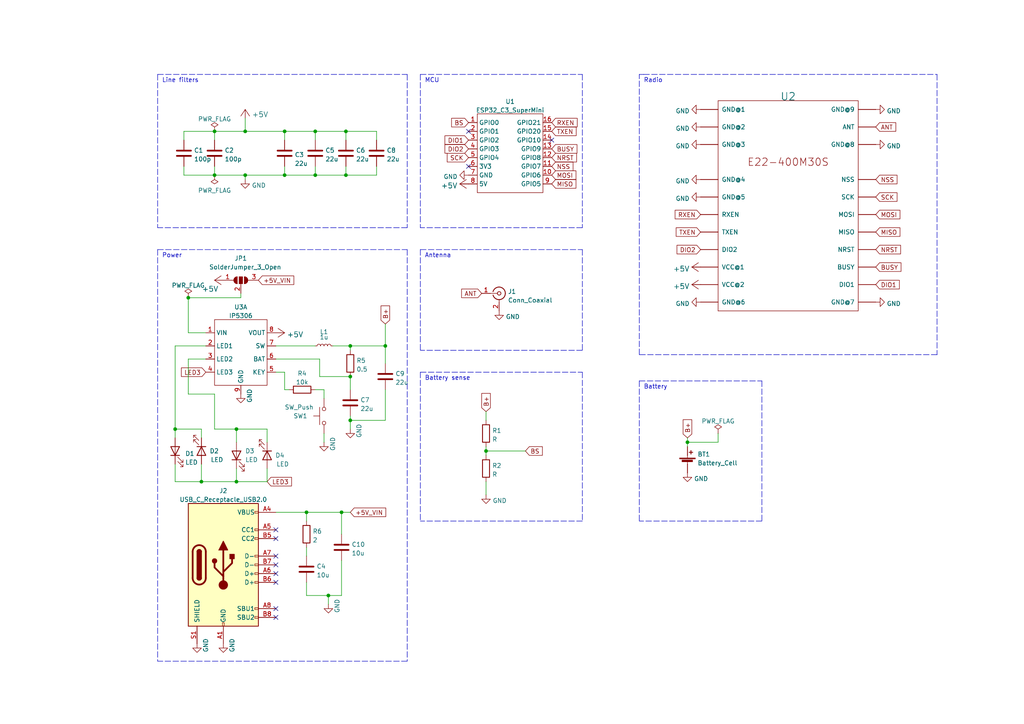
<source format=kicad_sch>
(kicad_sch (version 20211123) (generator eeschema)
  (paper "A4")
  (lib_symbols
    (symbol "Connector:Conn_Coaxial" (pin_names (offset 1.016) hide)
      (property "Reference" "J" (at 0.254 3.048 0))
      (property "Value" "Conn_Coaxial" (at 2.921 0 90))
      (symbol "Conn_Coaxial_0_1"
        (arc (start -1.778 -0.508) (mid 0.2311 -1.8066) (end 1.778 0) (stroke (width 0.254)))
        (polyline (pts (xy -2.54 0) (xy -0.508 0)))
        (polyline (pts (xy 0 -2.54) (xy 0 -1.778)))
        (circle (center 0 0) (radius 0.508) (stroke (width 0.2032)))
        (arc (start 1.778 0) (mid 0.2099 1.8101) (end -1.778 0.508) (stroke (width 0.254)))
      )
      (symbol "Conn_Coaxial_1_1"
        (pin passive line (at -5.08 0 0) (length 2.54) (name "In") (number "1"))
        (pin passive line (at 0 -5.08 90) (length 2.54) (name "Ext") (number "2"))
      )
    )
    (symbol "Connector:USB_C_Receptacle_USB2.0" (pin_names (offset 1.016))
      (property "Reference" "J" (at -10.16 19.05 0))
      (property "Value" "USB_C_Receptacle_USB2.0" (at 19.05 19.05 0))
      (symbol "USB_C_Receptacle_USB2.0_0_0"
        (rectangle (start -0.254 -17.78) (end 0.254 -16.764))
        (rectangle (start 10.16 -14.986) (end 9.144 -15.494))
        (rectangle (start 10.16 -12.446) (end 9.144 -12.954))
        (rectangle (start 10.16 -4.826) (end 9.144 -5.334))
        (rectangle (start 10.16 -2.286) (end 9.144 -2.794))
        (rectangle (start 10.16 0.254) (end 9.144 -0.254))
        (rectangle (start 10.16 2.794) (end 9.144 2.286))
        (rectangle (start 10.16 7.874) (end 9.144 7.366))
        (rectangle (start 10.16 10.414) (end 9.144 9.906))
        (rectangle (start 10.16 15.494) (end 9.144 14.986))
      )
      (symbol "USB_C_Receptacle_USB2.0_0_1"
        (rectangle (start -10.16 17.78) (end 10.16 -17.78) (stroke (width 0.254)) (fill (type background)))
        (arc (start -8.89 -3.81) (mid -6.985 -5.715) (end -5.08 -3.81) (stroke (width 0.508)))
        (arc (start -7.62 -3.81) (mid -6.985 -4.445) (end -6.35 -3.81) (stroke (width 0.254)))
        (arc (start -7.62 -3.81) (mid -6.985 -4.445) (end -6.35 -3.81) (stroke (width 0.254)) (fill (type outline)))
        (rectangle (start -7.62 -3.81) (end -6.35 3.81) (stroke (width 0.254)) (fill (type outline)))
        (arc (start -6.35 3.81) (mid -6.985 4.445) (end -7.62 3.81) (stroke (width 0.254)))
        (arc (start -6.35 3.81) (mid -6.985 4.445) (end -7.62 3.81) (stroke (width 0.254)) (fill (type outline)))
        (arc (start -5.08 3.81) (mid -6.985 5.715) (end -8.89 3.81) (stroke (width 0.508)))
        (circle (center -2.54 1.143) (radius 0.635) (stroke (width 0.254)) (fill (type outline)))
        (circle (center 0 -5.842) (radius 1.27) (fill (type outline)))
        (polyline (pts (xy -8.89 -3.81) (xy -8.89 3.81)) (stroke (width 0.508)))
        (polyline (pts (xy -5.08 3.81) (xy -5.08 -3.81)) (stroke (width 0.508)))
        (polyline (pts (xy 0 -5.842) (xy 0 4.318)) (stroke (width 0.508)))
        (polyline (pts (xy 0 -3.302) (xy -2.54 -0.762) (xy -2.54 0.508)) (stroke (width 0.508)))
        (polyline (pts (xy 0 -2.032) (xy 2.54 0.508) (xy 2.54 1.778)) (stroke (width 0.508)))
        (polyline (pts (xy -1.27 4.318) (xy 0 6.858) (xy 1.27 4.318) (xy -1.27 4.318)) (stroke (width 0.254)) (fill (type outline)))
        (rectangle (start 1.905 1.778) (end 3.175 3.048) (stroke (width 0.254)) (fill (type outline)))
      )
      (symbol "USB_C_Receptacle_USB2.0_1_1"
        (pin passive line (at 0 -22.86 90) (length 5.08) (name "GND") (number "A1"))
        (pin passive line (at 0 -22.86 90) (length 5.08) hide (name "GND") (number "A12"))
        (pin passive line (at 15.24 15.24 180) (length 5.08) (name "VBUS") (number "A4"))
        (pin bidirectional line (at 15.24 10.16 180) (length 5.08) (name "CC1") (number "A5"))
        (pin bidirectional line (at 15.24 -2.54 180) (length 5.08) (name "D+") (number "A6"))
        (pin bidirectional line (at 15.24 2.54 180) (length 5.08) (name "D-") (number "A7"))
        (pin bidirectional line (at 15.24 -12.7 180) (length 5.08) (name "SBU1") (number "A8"))
        (pin passive line (at 15.24 15.24 180) (length 5.08) hide (name "VBUS") (number "A9"))
        (pin passive line (at 0 -22.86 90) (length 5.08) hide (name "GND") (number "B1"))
        (pin passive line (at 0 -22.86 90) (length 5.08) hide (name "GND") (number "B12"))
        (pin passive line (at 15.24 15.24 180) (length 5.08) hide (name "VBUS") (number "B4"))
        (pin bidirectional line (at 15.24 7.62 180) (length 5.08) (name "CC2") (number "B5"))
        (pin bidirectional line (at 15.24 -5.08 180) (length 5.08) (name "D+") (number "B6"))
        (pin bidirectional line (at 15.24 0 180) (length 5.08) (name "D-") (number "B7"))
        (pin bidirectional line (at 15.24 -15.24 180) (length 5.08) (name "SBU2") (number "B8"))
        (pin passive line (at 15.24 15.24 180) (length 5.08) hide (name "VBUS") (number "B9"))
        (pin passive line (at -7.62 -22.86 90) (length 5.08) (name "SHIELD") (number "S1"))
      )
    )
    (symbol "Device:Battery_Cell" (pin_numbers hide) (pin_names (offset 0) hide)
      (property "Reference" "BT" (at 2.54 2.54 0))
      (property "Value" "Battery_Cell" (at 2.54 0 0))
      (symbol "Battery_Cell_0_1"
        (rectangle (start -2.286 1.778) (end 2.286 1.524) (fill (type outline)))
        (rectangle (start -1.5748 1.1938) (end 1.4732 0.6858) (fill (type outline)))
        (polyline (pts (xy 0 0.762) (xy 0 0)))
        (polyline (pts (xy 0 1.778) (xy 0 2.54)))
        (polyline (pts (xy 0.508 3.429) (xy 1.524 3.429)) (stroke (width 0.254)))
        (polyline (pts (xy 1.016 3.937) (xy 1.016 2.921)) (stroke (width 0.254)))
      )
      (symbol "Battery_Cell_1_1"
        (pin passive line (at 0 5.08 270) (length 2.54) (name "+") (number "1"))
        (pin passive line (at 0 -2.54 90) (length 2.54) (name "-") (number "2"))
      )
    )
    (symbol "Device:C" (pin_numbers hide) (pin_names (offset 0.254))
      (property "Reference" "C" (at 0.635 2.54 0))
      (property "Value" "C" (at 0.635 -2.54 0))
      (symbol "C_0_1"
        (polyline (pts (xy -2.032 -0.762) (xy 2.032 -0.762)) (stroke (width 0.508)))
        (polyline (pts (xy -2.032 0.762) (xy 2.032 0.762)) (stroke (width 0.508)))
      )
      (symbol "C_1_1"
        (pin passive line (at 0 3.81 270) (length 2.794) (name "~") (number "1"))
        (pin passive line (at 0 -3.81 90) (length 2.794) (name "~") (number "2"))
      )
    )
    (symbol "Device:LED" (pin_numbers hide) (pin_names (offset 1.016) hide)
      (property "Reference" "D" (at 0 2.54 0))
      (property "Value" "LED" (at 0 -2.54 0))
      (symbol "LED_0_1"
        (polyline (pts (xy -1.27 -1.27) (xy -1.27 1.27)) (stroke (width 0.254)))
        (polyline (pts (xy -1.27 0) (xy 1.27 0)))
        (polyline (pts (xy 1.27 -1.27) (xy 1.27 1.27) (xy -1.27 0) (xy 1.27 -1.27)) (stroke (width 0.254)))
        (polyline (pts (xy -3.048 -0.762) (xy -4.572 -2.286) (xy -3.81 -2.286) (xy -4.572 -2.286) (xy -4.572 -1.524)))
        (polyline (pts (xy -1.778 -0.762) (xy -3.302 -2.286) (xy -2.54 -2.286) (xy -3.302 -2.286) (xy -3.302 -1.524)))
      )
      (symbol "LED_1_1"
        (pin passive line (at -3.81 0 0) (length 2.54) (name "K") (number "1"))
        (pin passive line (at 3.81 0 180) (length 2.54) (name "A") (number "2"))
      )
    )
    (symbol "Device:L_Small" (pin_numbers hide) (pin_names (offset 0.254) hide)
      (property "Reference" "L" (at 0.762 1.016 0))
      (property "Value" "L_Small" (at 0.762 -1.016 0))
      (symbol "L_Small_0_1"
        (arc (start 0 -2.032) (mid 0.508 -1.524) (end 0 -1.016))
        (arc (start 0 -1.016) (mid 0.508 -0.508) (end 0 0))
        (arc (start 0 0) (mid 0.508 0.508) (end 0 1.016))
        (arc (start 0 1.016) (mid 0.508 1.524) (end 0 2.032))
      )
      (symbol "L_Small_1_1"
        (pin passive line (at 0 2.54 270) (length 0.508) (name "~") (number "1"))
        (pin passive line (at 0 -2.54 90) (length 0.508) (name "~") (number "2"))
      )
    )
    (symbol "Device:R" (pin_numbers hide) (pin_names (offset 0))
      (property "Reference" "R" (at 2.032 0 90))
      (property "Value" "R" (at 0 0 90))
      (symbol "R_0_1"
        (rectangle (start -1.016 -2.54) (end 1.016 2.54) (stroke (width 0.254)))
      )
      (symbol "R_1_1"
        (pin passive line (at 0 3.81 270) (length 1.27) (name "~") (number "1"))
        (pin passive line (at 0 -3.81 90) (length 1.27) (name "~") (number "2"))
      )
    )
    (symbol "Jumper:SolderJumper_3_Open" (pin_names (offset 0) hide)
      (property "Reference" "JP" (at -2.54 -2.54 0))
      (property "Value" "SolderJumper_3_Open" (at 0 2.794 0))
      (symbol "SolderJumper_3_Open_0_1"
        (arc (start -1.016 1.016) (mid -2.032 0) (end -1.016 -1.016))
        (arc (start -1.016 1.016) (mid -2.032 0) (end -1.016 -1.016) (fill (type outline)))
        (rectangle (start -0.508 1.016) (end 0.508 -1.016) (fill (type outline)))
        (polyline (pts (xy -2.54 0) (xy -2.032 0)))
        (polyline (pts (xy -1.016 1.016) (xy -1.016 -1.016)))
        (polyline (pts (xy 0 -1.27) (xy 0 -1.016)))
        (polyline (pts (xy 1.016 1.016) (xy 1.016 -1.016)))
        (polyline (pts (xy 2.54 0) (xy 2.032 0)))
        (arc (start 1.016 -1.016) (mid 2.032 0) (end 1.016 1.016))
        (arc (start 1.016 -1.016) (mid 2.032 0) (end 1.016 1.016) (fill (type outline)))
      )
      (symbol "SolderJumper_3_Open_1_1"
        (pin passive line (at -5.08 0 0) (length 2.54) (name "A") (number "1"))
        (pin passive line (at 0 -3.81 90) (length 2.54) (name "C") (number "2"))
        (pin passive line (at 5.08 0 180) (length 2.54) (name "B") (number "3"))
      )
    )
    (symbol "Switch:SW_Push" (pin_numbers hide) (pin_names (offset 1.016) hide)
      (property "Reference" "SW" (at 1.27 2.54 0))
      (property "Value" "SW_Push" (at 0 -1.524 0))
      (symbol "SW_Push_0_1"
        (circle (center -2.032 0) (radius 0.508))
        (polyline (pts (xy 0 1.27) (xy 0 3.048)))
        (polyline (pts (xy 2.54 1.27) (xy -2.54 1.27)))
        (circle (center 2.032 0) (radius 0.508))
        (pin passive line (at -5.08 0 0) (length 2.54) (name "1") (number "1"))
        (pin passive line (at 5.08 0 180) (length 2.54) (name "2") (number "2"))
      )
    )
    (symbol "esp32_loraprs_c3:+5V" (power) (pin_names (offset 1.016))
      (property "Value" "+5V" (at -2.54 -5.08 90))
      (symbol "+5V_1_0"
        (polyline (pts (xy 0 0) (xy -1.27 -1.905)))
        (polyline (pts (xy 1.27 -1.905) (xy 0 0)))
        (pin power_in line (at 0 -2.54 90) (length 2.54) (name "+5V") (number "1"))
      )
    )
    (symbol "esp32_loraprs_c3:E22-400M30S" (pin_names (offset 1.016))
      (property "Reference" "U" (at -20.32 33.02 0))
      (symbol "E22-400M30S_1_0"
        (polyline (pts (xy -20.32 -30.48) (xy 20.32 -30.48)))
        (polyline (pts (xy -20.32 30.48) (xy -20.32 -30.48)))
        (polyline (pts (xy 20.32 -30.48) (xy 20.32 30.48)))
        (polyline (pts (xy 20.32 30.48) (xy -20.32 30.48)))
        (text "E22-400M30S" (at 0 12.7 0) (effects (font (size 2.159 2.159))))
        (pin power_in line (at -25.4 27.94 0) (length 5.08) (name "GND@1") (number "1"))
        (pin power_in line (at -25.4 -22.86 0) (length 5.08) (name "VCC@2") (number "10"))
        (pin power_in line (at -25.4 -27.94 0) (length 5.08) (name "GND@6") (number "11"))
        (pin power_in line (at 25.4 -27.94 180) (length 5.08) (name "GND@7") (number "12"))
        (pin bidirectional line (at 25.4 -22.86 180) (length 5.08) (name "DIO1") (number "13"))
        (pin bidirectional line (at 25.4 -17.78 180) (length 5.08) (name "BUSY") (number "14"))
        (pin bidirectional line (at 25.4 -12.7 180) (length 5.08) (name "NRST") (number "15"))
        (pin bidirectional line (at 25.4 -7.62 180) (length 5.08) (name "MISO") (number "16"))
        (pin bidirectional line (at 25.4 -2.54 180) (length 5.08) (name "MOSI") (number "17"))
        (pin bidirectional line (at 25.4 2.54 180) (length 5.08) (name "SCK") (number "18"))
        (pin bidirectional line (at 25.4 7.62 180) (length 5.08) (name "NSS") (number "19"))
        (pin power_in line (at -25.4 22.86 0) (length 5.08) (name "GND@2") (number "2"))
        (pin power_in line (at 25.4 17.78 180) (length 5.08) (name "GND@8") (number "20"))
        (pin bidirectional line (at 25.4 22.86 180) (length 5.08) (name "ANT") (number "21"))
        (pin power_in line (at 25.4 27.94 180) (length 5.08) (name "GND@9") (number "22"))
        (pin power_in line (at -25.4 17.78 0) (length 5.08) (name "GND@3") (number "3"))
        (pin power_in line (at -25.4 7.62 0) (length 5.08) (name "GND@4") (number "4"))
        (pin power_in line (at -25.4 2.54 0) (length 5.08) (name "GND@5") (number "5"))
        (pin bidirectional line (at -25.4 -2.54 0) (length 5.08) (name "RXEN") (number "6"))
        (pin bidirectional line (at -25.4 -7.62 0) (length 5.08) (name "TXEN") (number "7"))
        (pin bidirectional line (at -25.4 -12.7 0) (length 5.08) (name "DIO2") (number "8"))
        (pin power_in line (at -25.4 -17.78 0) (length 5.08) (name "VCC@1") (number "9"))
      )
    )
    (symbol "esp32_loraprs_c3:ESP32_C3_SuperMini"
      (property "Reference" "U" (at -1.27 2.54 0))
      (property "Value" "ESP32_C3_SuperMini" (at 0 0 0))
      (symbol "ESP32_C3_SuperMini_0_1"
        (rectangle (start -8.89 -2.54) (end 10.16 -25.4))
      )
      (symbol "ESP32_C3_SuperMini_1_1"
        (pin bidirectional line (at -11.43 -5.08 0) (length 2.54) (name "GPIO0") (number "1"))
        (pin bidirectional line (at 12.7 -20.32 180) (length 2.54) (name "GPIO6") (number "10"))
        (pin bidirectional line (at 12.7 -17.78 180) (length 2.54) (name "GPIO7") (number "11"))
        (pin bidirectional line (at 12.7 -15.24 180) (length 2.54) (name "GPIO8") (number "12"))
        (pin bidirectional line (at 12.7 -12.7 180) (length 2.54) (name "GPIO9") (number "13"))
        (pin bidirectional line (at 12.7 -10.16 180) (length 2.54) (name "GPIO10") (number "14"))
        (pin bidirectional line (at 12.7 -7.62 180) (length 2.54) (name "GPIO20") (number "15"))
        (pin bidirectional line (at 12.7 -5.08 180) (length 2.54) (name "GPIO21") (number "16"))
        (pin bidirectional line (at -11.43 -7.62 0) (length 2.54) (name "GPIO1") (number "2"))
        (pin bidirectional line (at -11.43 -10.16 0) (length 2.54) (name "GPIO2") (number "3"))
        (pin bidirectional line (at -11.43 -12.7 0) (length 2.54) (name "GPIO3") (number "4"))
        (pin bidirectional line (at -11.43 -15.24 0) (length 2.54) (name "GPIO4") (number "5"))
        (pin power_in line (at -11.43 -17.78 0) (length 2.54) (name "3V3") (number "6"))
        (pin power_in line (at -11.43 -20.32 0) (length 2.54) (name "GND") (number "7"))
        (pin power_in line (at -11.43 -22.86 0) (length 2.54) (name "5V") (number "8"))
        (pin bidirectional line (at 12.7 -22.86 180) (length 2.54) (name "GPIO5") (number "9"))
      )
    )
    (symbol "esp32_loraprs_c3:IP5306"
      (property "Reference" "U" (at 0 -1.27 0))
      (property "Value" "IP5306" (at 0 -3.81 0))
      (symbol "IP5306_0_1"
        (rectangle (start -7.62 -2.54) (end 7.62 -21.59) (stroke (width 0.1524)))
      )
      (symbol "IP5306_1_1"
        (pin power_in line (at -10.16 -6.35 0) (length 2.54) (name "VIN") (number "1"))
        (pin bidirectional line (at -10.16 -10.16 0) (length 2.54) (name "LED1") (number "2"))
        (pin bidirectional line (at -10.16 -13.97 0) (length 2.54) (name "LED2") (number "3"))
        (pin bidirectional line (at -10.16 -17.78 0) (length 2.54) (name "LED3") (number "4"))
        (pin input line (at 10.16 -17.78 180) (length 2.54) (name "KEY") (number "5"))
        (pin input line (at 10.16 -13.97 180) (length 2.54) (name "BAT") (number "6"))
        (pin input line (at 10.16 -10.16 180) (length 2.54) (name "SW") (number "7"))
        (pin power_in line (at 10.16 -6.35 180) (length 2.54) (name "VOUT") (number "8"))
        (pin power_in line (at 0 -24.13 90) (length 2.54) (name "GND") (number "9"))
      )
      (symbol "IP5306_2_1"
        (pin power_in line (at -10.16 -6.35 0) (length 2.54) (name "VIN") (number "1-UB"))
        (pin bidirectional line (at -10.16 -10.16 0) (length 2.54) (name "LED1") (number "2-UB"))
        (pin bidirectional line (at -10.16 -13.97 0) (length 2.54) (name "LED2") (number "3-UB"))
        (pin bidirectional line (at -10.16 -17.78 0) (length 2.54) (name "LED3") (number "4-UB"))
        (pin input line (at 10.16 -17.78 180) (length 2.54) (name "KEY") (number "5-UB"))
        (pin input line (at 10.16 -13.97 180) (length 2.54) (name "BAT") (number "6-UB"))
        (pin input line (at 10.16 -10.16 180) (length 2.54) (name "SW") (number "7-UB"))
        (pin power_in line (at 10.16 -6.35 180) (length 2.54) (name "VOUT") (number "8-UB"))
        (pin power_in line (at 0 -24.13 90) (length 2.54) (name "GND") (number "9-UB"))
      )
      (symbol "IP5306_3_1"
        (pin power_in line (at -10.16 -6.35 0) (length 2.54) (name "VIN") (number "1-UC"))
        (pin bidirectional line (at -10.16 -10.16 0) (length 2.54) (name "LED1") (number "2-UC"))
        (pin bidirectional line (at -10.16 -13.97 0) (length 2.54) (name "LED2") (number "3-UC"))
        (pin bidirectional line (at -10.16 -17.78 0) (length 2.54) (name "LED3") (number "4-UC"))
        (pin input line (at 10.16 -17.78 180) (length 2.54) (name "KEY") (number "5-UC"))
        (pin input line (at 10.16 -13.97 180) (length 2.54) (name "BAT") (number "6-UC"))
        (pin input line (at 10.16 -10.16 180) (length 2.54) (name "SW") (number "7-UC"))
        (pin power_in line (at 10.16 -6.35 180) (length 2.54) (name "VOUT") (number "8-UC"))
        (pin power_in line (at 0 -24.13 90) (length 2.54) (name "GND") (number "9-UC"))
      )
      (symbol "IP5306_4_1"
        (pin power_in line (at -10.16 -6.35 0) (length 2.54) (name "VIN") (number "1-UD"))
        (pin bidirectional line (at -10.16 -10.16 0) (length 2.54) (name "LED1") (number "2-UD"))
        (pin bidirectional line (at -10.16 -13.97 0) (length 2.54) (name "LED2") (number "3-UD"))
        (pin bidirectional line (at -10.16 -17.78 0) (length 2.54) (name "LED3") (number "4-UD"))
        (pin input line (at 10.16 -17.78 180) (length 2.54) (name "KEY") (number "5-UD"))
        (pin input line (at 10.16 -13.97 180) (length 2.54) (name "BAT") (number "6-UD"))
        (pin input line (at 10.16 -10.16 180) (length 2.54) (name "SW") (number "7-UD"))
        (pin power_in line (at 10.16 -6.35 180) (length 2.54) (name "VOUT") (number "8-UD"))
        (pin power_in line (at 0 -24.13 90) (length 2.54) (name "GND") (number "9-UD"))
      )
      (symbol "IP5306_5_1"
        (pin power_in line (at -10.16 -6.35 0) (length 2.54) (name "VIN") (number "1-UE"))
        (pin bidirectional line (at -10.16 -10.16 0) (length 2.54) (name "LED1") (number "2-UE"))
        (pin bidirectional line (at -10.16 -13.97 0) (length 2.54) (name "LED2") (number "3-UE"))
        (pin bidirectional line (at -10.16 -17.78 0) (length 2.54) (name "LED3") (number "4-UE"))
        (pin input line (at 10.16 -17.78 180) (length 2.54) (name "KEY") (number "5-UE"))
        (pin input line (at 10.16 -13.97 180) (length 2.54) (name "BAT") (number "6-UE"))
        (pin input line (at 10.16 -10.16 180) (length 2.54) (name "SW") (number "7-UE"))
        (pin power_in line (at 10.16 -6.35 180) (length 2.54) (name "VOUT") (number "8-UE"))
        (pin power_in line (at 0 -24.13 90) (length 2.54) (name "GND") (number "9-UE"))
      )
      (symbol "IP5306_6_1"
        (pin power_in line (at -10.16 -6.35 0) (length 2.54) (name "VIN") (number "1-UF"))
        (pin bidirectional line (at -10.16 -10.16 0) (length 2.54) (name "LED1") (number "2-UF"))
        (pin bidirectional line (at -10.16 -13.97 0) (length 2.54) (name "LED2") (number "3-UF"))
        (pin bidirectional line (at -10.16 -17.78 0) (length 2.54) (name "LED3") (number "4-UF"))
        (pin input line (at 10.16 -17.78 180) (length 2.54) (name "KEY") (number "5-UF"))
        (pin input line (at 10.16 -13.97 180) (length 2.54) (name "BAT") (number "6-UF"))
        (pin input line (at 10.16 -10.16 180) (length 2.54) (name "SW") (number "7-UF"))
        (pin power_in line (at 10.16 -6.35 180) (length 2.54) (name "VOUT") (number "8-UF"))
        (pin power_in line (at 0 -24.13 90) (length 2.54) (name "GND") (number "9-UF"))
      )
      (symbol "IP5306_7_1"
        (pin power_in line (at -10.16 -6.35 0) (length 2.54) (name "VIN") (number "1-UG"))
        (pin bidirectional line (at -10.16 -10.16 0) (length 2.54) (name "LED1") (number "2-UG"))
        (pin bidirectional line (at -10.16 -13.97 0) (length 2.54) (name "LED2") (number "3-UG"))
        (pin bidirectional line (at -10.16 -17.78 0) (length 2.54) (name "LED3") (number "4-UG"))
        (pin input line (at 10.16 -17.78 180) (length 2.54) (name "KEY") (number "5-UG"))
        (pin input line (at 10.16 -13.97 180) (length 2.54) (name "BAT") (number "6-UG"))
        (pin input line (at 10.16 -10.16 180) (length 2.54) (name "SW") (number "7-UG"))
        (pin power_in line (at 10.16 -6.35 180) (length 2.54) (name "VOUT") (number "8-UG"))
        (pin power_in line (at 0 -24.13 90) (length 2.54) (name "GND") (number "9-UG"))
      )
      (symbol "IP5306_8_1"
        (pin power_in line (at -10.16 -6.35 0) (length 2.54) (name "VIN") (number "1-UH"))
        (pin bidirectional line (at -10.16 -10.16 0) (length 2.54) (name "LED1") (number "2-UH"))
        (pin bidirectional line (at -10.16 -13.97 0) (length 2.54) (name "LED2") (number "3-UH"))
        (pin bidirectional line (at -10.16 -17.78 0) (length 2.54) (name "LED3") (number "4-UH"))
        (pin input line (at 10.16 -17.78 180) (length 2.54) (name "KEY") (number "5-UH"))
        (pin input line (at 10.16 -13.97 180) (length 2.54) (name "BAT") (number "6-UH"))
        (pin input line (at 10.16 -10.16 180) (length 2.54) (name "SW") (number "7-UH"))
        (pin power_in line (at 10.16 -6.35 180) (length 2.54) (name "VOUT") (number "8-UH"))
        (pin power_in line (at 0 -24.13 90) (length 2.54) (name "GND") (number "9-UH"))
      )
    )
    (symbol "power:GND" (power) (pin_names (offset 0))
      (property "Value" "GND" (at 0 -3.81 0))
      (symbol "GND_0_1"
        (polyline (pts (xy 0 0) (xy 0 -1.27) (xy 1.27 -1.27) (xy 0 -2.54) (xy -1.27 -1.27) (xy 0 -1.27)))
      )
      (symbol "GND_1_1"
        (pin power_in line (at 0 0 270) (length 0) hide (name "GND") (number "1"))
      )
    )
    (symbol "power:PWR_FLAG" (power) (pin_numbers hide) (pin_names (offset 0) hide)
      (property "Value" "PWR_FLAG" (at 0 3.81 0))
      (symbol "PWR_FLAG_0_0"
        (pin power_out line (at 0 0 90) (length 0) (name "pwr") (number "1"))
      )
      (symbol "PWR_FLAG_0_1"
        (polyline (pts (xy 0 0) (xy 0 1.27) (xy -1.016 1.905) (xy 0 2.54) (xy 1.016 1.905) (xy 0 1.27)))
      )
    )
  )
  (junction (at 62.23 50.8))
  (junction (at 100.33 50.8))
  (junction (at 82.55 38.1))
  (junction (at 68.58 124.46))
  (junction (at 71.12 38.1))
  (junction (at 111.76 100.33))
  (junction (at 101.6 121.92))
  (junction (at 68.58 139.7))
  (junction (at 91.44 50.8))
  (junction (at 101.6 109.22))
  (junction (at 199.39 128.27))
  (junction (at 62.23 38.1))
  (junction (at 71.12 50.8))
  (junction (at 99.06 148.59))
  (junction (at 58.42 139.7))
  (junction (at 54.61 86.36))
  (junction (at 100.33 38.1))
  (junction (at 50.8 124.46))
  (junction (at 140.97 130.81))
  (junction (at 95.25 172.72))
  (junction (at 88.9 148.59))
  (junction (at 91.44 38.1))
  (junction (at 82.55 50.8))
  (junction (at 101.6 100.33))
  (no_connect (at 80.01 168.91))
  (no_connect (at 80.01 153.67))
  (no_connect (at 80.01 176.53))
  (no_connect (at 80.01 156.21))
  (no_connect (at 80.01 179.07))
  (no_connect (at 80.01 161.29))
  (no_connect (at 80.01 166.37))
  (no_connect (at 80.01 163.83))
  (no_connect (at 160.02 40.64))
  (no_connect (at 135.89 48.26))
  (no_connect (at 135.89 38.1))
  (polyline (pts (xy 121.92 21.59) (xy 168.91 21.59)))
  (polyline (pts (xy 168.91 107.95) (xy 168.91 151.13)))
  (wire (pts (xy 53.34 38.1) (xy 62.23 38.1)))
  (polyline (pts (xy 271.78 21.59) (xy 271.78 102.87)))
  (polyline (pts (xy 220.98 151.13) (xy 185.42 151.13)))
  (polyline (pts (xy 220.98 110.49) (xy 220.98 151.13)))
  (polyline (pts (xy 118.11 21.59) (xy 118.11 66.04)))
  (wire (pts (xy 140.97 130.81) (xy 140.97 132.08)))
  (wire (pts (xy 101.6 109.22) (xy 101.6 113.03)))
  (wire (pts (xy 101.6 121.92) (xy 101.6 124.46)))
  (wire (pts (xy 91.44 50.8) (xy 100.33 50.8)))
  (wire (pts (xy 69.85 85.09) (xy 69.85 86.36)))
  (wire (pts (xy 82.55 38.1) (xy 82.55 40.64)))
  (polyline (pts (xy 118.11 191.77) (xy 45.72 191.77)))
  (wire (pts (xy 100.33 48.26) (xy 100.33 50.8)))
  (wire (pts (xy 140.97 130.81) (xy 152.4 130.81)))
  (polyline (pts (xy 45.72 21.59) (xy 45.72 66.04)))
  (wire (pts (xy 58.42 134.62) (xy 58.42 139.7)))
  (polyline (pts (xy 118.11 72.39) (xy 118.11 191.77)))
  (wire (pts (xy 111.76 100.33) (xy 101.6 100.33)))
  (wire (pts (xy 88.9 148.59) (xy 99.06 148.59)))
  (wire (pts (xy 50.8 139.7) (xy 50.8 134.62)))
  (wire (pts (xy 53.34 48.26) (xy 53.34 50.8)))
  (wire (pts (xy 80.01 100.33) (xy 91.44 100.33)))
  (wire (pts (xy 99.06 148.59) (xy 101.6 148.59)))
  (wire (pts (xy 111.76 113.03) (xy 111.76 121.92)))
  (wire (pts (xy 92.71 109.22) (xy 92.71 104.14)))
  (wire (pts (xy 80.01 148.59) (xy 88.9 148.59)))
  (wire (pts (xy 71.12 38.1) (xy 82.55 38.1)))
  (wire (pts (xy 83.82 113.03) (xy 82.55 113.03)))
  (wire (pts (xy 199.39 127) (xy 199.39 128.27)))
  (wire (pts (xy 93.98 113.03) (xy 93.98 115.57)))
  (wire (pts (xy 53.34 40.64) (xy 53.34 38.1)))
  (wire (pts (xy 59.69 100.33) (xy 50.8 100.33)))
  (wire (pts (xy 54.61 86.36) (xy 54.61 96.52)))
  (polyline (pts (xy 168.91 21.59) (xy 168.91 66.04)))
  (polyline (pts (xy 168.91 72.39) (xy 168.91 101.6)))
  (wire (pts (xy 71.12 34.29) (xy 71.12 38.1)))
  (wire (pts (xy 71.12 50.8) (xy 82.55 50.8)))
  (wire (pts (xy 111.76 121.92) (xy 101.6 121.92)))
  (wire (pts (xy 91.44 113.03) (xy 93.98 113.03)))
  (polyline (pts (xy 185.42 21.59) (xy 186.69 21.59)))
  (wire (pts (xy 140.97 139.7) (xy 140.97 143.51)))
  (wire (pts (xy 111.76 105.41) (xy 111.76 100.33)))
  (wire (pts (xy 77.47 124.46) (xy 77.47 128.27)))
  (wire (pts (xy 68.58 124.46) (xy 77.47 124.46)))
  (wire (pts (xy 54.61 114.3) (xy 54.61 104.14)))
  (wire (pts (xy 96.52 100.33) (xy 101.6 100.33)))
  (polyline (pts (xy 121.92 107.95) (xy 168.91 107.95)))
  (wire (pts (xy 62.23 48.26) (xy 62.23 50.8)))
  (polyline (pts (xy 271.78 102.87) (xy 185.42 102.87)))
  (wire (pts (xy 58.42 139.7) (xy 50.8 139.7)))
  (wire (pts (xy 93.98 125.73) (xy 93.98 128.27)))
  (wire (pts (xy 140.97 129.54) (xy 140.97 130.81)))
  (wire (pts (xy 77.47 135.89) (xy 77.47 139.7)))
  (wire (pts (xy 109.22 38.1) (xy 109.22 40.64)))
  (wire (pts (xy 82.55 38.1) (xy 91.44 38.1)))
  (polyline (pts (xy 121.92 107.95) (xy 121.92 151.13)))
  (wire (pts (xy 54.61 96.52) (xy 59.69 96.52)))
  (wire (pts (xy 80.01 107.95) (xy 82.55 107.95)))
  (wire (pts (xy 54.61 104.14) (xy 59.69 104.14)))
  (polyline (pts (xy 185.42 102.87) (xy 185.42 21.59)))
  (polyline (pts (xy 118.11 66.04) (xy 45.72 66.04)))
  (wire (pts (xy 82.55 48.26) (xy 82.55 50.8)))
  (wire (pts (xy 109.22 48.26) (xy 109.22 50.8)))
  (wire (pts (xy 53.34 50.8) (xy 62.23 50.8)))
  (polyline (pts (xy 185.42 110.49) (xy 220.98 110.49)))
  (wire (pts (xy 58.42 124.46) (xy 58.42 127)))
  (wire (pts (xy 68.58 124.46) (xy 62.23 124.46)))
  (wire (pts (xy 62.23 50.8) (xy 71.12 50.8)))
  (wire (pts (xy 208.28 125.73) (xy 208.28 128.27)))
  (polyline (pts (xy 168.91 151.13) (xy 121.92 151.13)))
  (wire (pts (xy 100.33 38.1) (xy 109.22 38.1)))
  (wire (pts (xy 82.55 113.03) (xy 82.55 107.95)))
  (wire (pts (xy 68.58 135.89) (xy 68.58 139.7)))
  (wire (pts (xy 62.23 124.46) (xy 62.23 114.3)))
  (polyline (pts (xy 121.92 21.59) (xy 121.92 66.04)))
  (wire (pts (xy 100.33 50.8) (xy 109.22 50.8)))
  (wire (pts (xy 99.06 172.72) (xy 99.06 162.56)))
  (wire (pts (xy 69.85 86.36) (xy 54.61 86.36)))
  (wire (pts (xy 62.23 38.1) (xy 71.12 38.1)))
  (wire (pts (xy 99.06 148.59) (xy 99.06 154.94)))
  (wire (pts (xy 100.33 38.1) (xy 100.33 40.64)))
  (polyline (pts (xy 186.69 21.59) (xy 271.78 21.59)))
  (wire (pts (xy 50.8 100.33) (xy 50.8 124.46)))
  (wire (pts (xy 91.44 48.26) (xy 91.44 50.8)))
  (wire (pts (xy 91.44 38.1) (xy 91.44 40.64)))
  (polyline (pts (xy 168.91 101.6) (xy 121.92 101.6)))
  (wire (pts (xy 58.42 124.46) (xy 50.8 124.46)))
  (wire (pts (xy 111.76 93.98) (xy 111.76 100.33)))
  (wire (pts (xy 101.6 120.65) (xy 101.6 121.92)))
  (wire (pts (xy 88.9 158.75) (xy 88.9 161.29)))
  (wire (pts (xy 77.47 139.7) (xy 68.58 139.7)))
  (wire (pts (xy 88.9 168.91) (xy 88.9 172.72)))
  (wire (pts (xy 50.8 124.46) (xy 50.8 127)))
  (wire (pts (xy 140.97 119.38) (xy 140.97 121.92)))
  (wire (pts (xy 88.9 148.59) (xy 88.9 151.13)))
  (wire (pts (xy 71.12 50.8) (xy 71.12 52.07)))
  (wire (pts (xy 95.25 172.72) (xy 95.25 175.26)))
  (wire (pts (xy 62.23 114.3) (xy 54.61 114.3)))
  (wire (pts (xy 101.6 109.22) (xy 92.71 109.22)))
  (wire (pts (xy 88.9 172.72) (xy 95.25 172.72)))
  (wire (pts (xy 68.58 128.27) (xy 68.58 124.46)))
  (wire (pts (xy 68.58 139.7) (xy 58.42 139.7)))
  (wire (pts (xy 82.55 50.8) (xy 91.44 50.8)))
  (wire (pts (xy 92.71 104.14) (xy 80.01 104.14)))
  (polyline (pts (xy 185.42 110.49) (xy 185.42 151.13)))
  (wire (pts (xy 91.44 38.1) (xy 100.33 38.1)))
  (polyline (pts (xy 45.72 21.59) (xy 118.11 21.59)))
  (polyline (pts (xy 45.72 72.39) (xy 45.72 191.77)))
  (polyline (pts (xy 168.91 66.04) (xy 121.92 66.04)))
  (wire (pts (xy 95.25 172.72) (xy 99.06 172.72)))
  (wire (pts (xy 101.6 100.33) (xy 101.6 101.6)))
  (wire (pts (xy 208.28 128.27) (xy 199.39 128.27)))
  (wire (pts (xy 62.23 38.1) (xy 62.23 40.64)))
  (polyline (pts (xy 121.92 72.39) (xy 168.91 72.39)))
  (polyline (pts (xy 45.72 72.39) (xy 118.11 72.39)))
  (polyline (pts (xy 121.92 72.39) (xy 121.92 101.6)))
  (wire (pts (xy 199.39 128.27) (xy 199.39 129.54)))
  (text "Radio" (at 186.69 24.13 0) (effects (font (size 1.27 1.27)) (justify left bottom)))
  (text "MCU" (at 123.19 24.13 0) (effects (font (size 1.27 1.27)) (justify left bottom)))
  (text "Line filters" (at 46.99 24.13 0) (effects (font (size 1.27 1.27)) (justify left bottom)))
  (text "Battery sense" (at 123.19 110.49 0) (effects (font (size 1.27 1.27)) (justify left bottom)))
  (text "Power" (at 46.99 74.93 0) (effects (font (size 1.27 1.27)) (justify left bottom)))
  (text "Battery" (at 186.69 113.03 0) (effects (font (size 1.27 1.27)) (justify left bottom)))
  (text "Antenna" (at 123.19 74.93 0) (effects (font (size 1.27 1.27)) (justify left bottom)))
  (global_label "NSS" (shape input) (at 254 52.07 0) (property "Intersheet References" "${INTERSHEET_REFS}" (effects hide)))
  (global_label "BUSY" (shape input) (at 160.02 43.18 0) (property "Intersheet References" "${INTERSHEET_REFS}" (effects hide)))
  (global_label "B+" (shape input) (at 199.39 127 90) (property "Intersheet References" "${INTERSHEET_REFS}" (effects hide)))
  (global_label "MISO" (shape input) (at 254 67.31 0) (property "Intersheet References" "${INTERSHEET_REFS}" (effects hide)))
  (global_label "B+" (shape input) (at 140.97 119.38 90) (property "Intersheet References" "${INTERSHEET_REFS}" (effects hide)))
  (global_label "LED3" (shape input) (at 59.69 107.95 180) (property "Intersheet References" "${INTERSHEET_REFS}" (effects hide)))
  (global_label "DIO2" (shape input) (at 203.2 72.39 180) (property "Intersheet References" "${INTERSHEET_REFS}" (effects hide)))
  (global_label "B+" (shape input) (at 111.76 93.98 90) (property "Intersheet References" "${INTERSHEET_REFS}" (effects hide)))
  (global_label "SCK" (shape input) (at 135.89 45.72 180) (property "Intersheet References" "${INTERSHEET_REFS}" (effects hide)))
  (global_label "SCK" (shape input) (at 254 57.15 0) (property "Intersheet References" "${INTERSHEET_REFS}" (effects hide)))
  (global_label "NRST" (shape input) (at 254 72.39 0) (property "Intersheet References" "${INTERSHEET_REFS}" (effects hide)))
  (global_label "MOSI" (shape input) (at 160.02 50.8 0) (property "Intersheet References" "${INTERSHEET_REFS}" (effects hide)))
  (global_label "NRST" (shape input) (at 160.02 45.72 0) (property "Intersheet References" "${INTERSHEET_REFS}" (effects hide)))
  (global_label "BS" (shape input) (at 152.4 130.81 0) (property "Intersheet References" "${INTERSHEET_REFS}" (effects hide)))
  (global_label "BUSY" (shape input) (at 254 77.47 0) (property "Intersheet References" "${INTERSHEET_REFS}" (effects hide)))
  (global_label "MISO" (shape input) (at 160.02 53.34 0) (property "Intersheet References" "${INTERSHEET_REFS}" (effects hide)))
  (global_label "TXEN" (shape input) (at 203.2 67.31 180) (property "Intersheet References" "${INTERSHEET_REFS}" (effects hide)))
  (global_label "MOSI" (shape input) (at 254 62.23 0) (property "Intersheet References" "${INTERSHEET_REFS}" (effects hide)))
  (global_label "DIO1" (shape input) (at 254 82.55 0) (property "Intersheet References" "${INTERSHEET_REFS}" (effects hide)))
  (global_label "RXEN" (shape input) (at 203.2 62.23 180) (property "Intersheet References" "${INTERSHEET_REFS}" (effects hide)))
  (global_label "DIO1" (shape input) (at 135.89 40.64 180) (property "Intersheet References" "${INTERSHEET_REFS}" (effects hide)))
  (global_label "TXEN" (shape input) (at 160.02 38.1 0) (property "Intersheet References" "${INTERSHEET_REFS}" (effects hide)))
  (global_label "LED3" (shape input) (at 77.47 139.7 0) (property "Intersheet References" "${INTERSHEET_REFS}" (effects hide)))
  (global_label "ANT" (shape input) (at 254 36.83 0) (property "Intersheet References" "${INTERSHEET_REFS}" (effects hide)))
  (global_label "+5V_VIN" (shape input) (at 74.93 81.28 0) (property "Intersheet References" "${INTERSHEET_REFS}" (effects hide)))
  (global_label "BS" (shape input) (at 135.89 35.56 180) (property "Intersheet References" "${INTERSHEET_REFS}" (effects hide)))
  (global_label "DIO2" (shape input) (at 135.89 43.18 180) (property "Intersheet References" "${INTERSHEET_REFS}" (effects hide)))
  (global_label "ANT" (shape input) (at 139.7 85.09 180) (property "Intersheet References" "${INTERSHEET_REFS}" (effects hide)))
  (global_label "+5V_VIN" (shape input) (at 101.6 148.59 0) (property "Intersheet References" "${INTERSHEET_REFS}" (effects hide)))
  (global_label "RXEN" (shape input) (at 160.02 35.56 0) (property "Intersheet References" "${INTERSHEET_REFS}" (effects hide)))
  (global_label "NSS" (shape input) (at 160.02 48.26 0) (property "Intersheet References" "${INTERSHEET_REFS}" (effects hide)))
  (symbol (lib_id "Device:R") (at 101.6 105.41 0) (unit 1)
    (property "Reference" "R5" (at 103.378 104.5753 0) (effects (justify left)))
    (property "Value" "0.5" (at 103.378 107.1122 0) (effects (justify left)))
    (property "Footprint" "Resistor_SMD:R_0603_1608Metric_Pad0.98x0.95mm_HandSolder" (effects hide))
  )
  (symbol (lib_id "power:GND") (at 254 41.91 90) (unit 1)
    (property "Reference" "#PWR0104" (effects hide))
    (property "Value" "GND" (at 257.175 42.3438 90) (effects (justify right)))
  )
  (symbol (lib_id "esp32_loraprs_c3:E22-400M30S") (at 228.6 59.69 0) (unit 1)
    (property "Reference" "U2" (at 228.6 27.9824 0) (effects (font (size 2.159 2.159))))
    (property "Value" "E22-400M30S" (effects hide))
    (property "Footprint" "esp32_loraprs_c3:E22-400M30S" (effects hide))
  )
  (symbol (lib_id "power:GND") (at 69.85 114.3 0) (unit 1)
    (property "Reference" "#PWR0114" (effects hide))
    (property "Value" "GND" (at 72.39 116.84 90) (effects (justify left)))
  )
  (symbol (lib_id "esp32_loraprs_c3:+5V") (at 200.66 82.55 90) (unit 1)
    (property "Reference" "#P+0101" (effects hide))
    (property "Value" "+5V" (at 200.0251 83.0618 90) (effects (font (size 1.4986 1.4986)) (justify left)))
  )
  (symbol (lib_id "Device:C") (at 111.76 109.22 0) (unit 1)
    (property "Reference" "C9" (at 114.681 108.3853 0) (effects (justify left)))
    (property "Value" "22u" (at 114.681 110.9222 0) (effects (justify left)))
    (property "Footprint" "Capacitor_SMD:C_0805_2012Metric_Pad1.18x1.45mm_HandSolder" (effects hide))
  )
  (symbol (lib_id "Device:R") (at 140.97 135.89 0) (unit 1)
    (property "Reference" "R2" (at 142.748 135.0553 0) (effects (justify left)))
    (property "Value" "R" (at 142.748 137.5922 0) (effects (justify left)))
    (property "Footprint" "Resistor_SMD:R_0603_1608Metric_Pad0.98x0.95mm_HandSolder" (effects hide))
  )
  (symbol (lib_id "power:PWR_FLAG") (at 208.28 125.73 0) (unit 1)
    (property "Reference" "#FLG0103" (effects hide))
    (property "Value" "PWR_FLAG" (at 208.28 122.1542 0))
  )
  (symbol (lib_id "Switch:SW_Push") (at 93.98 120.65 90) (unit 1)
    (property "Reference" "SW1" (at 85.09 120.65 90) (effects (justify right)))
    (property "Value" "SW_Push" (at 82.55 118.11 90) (effects (justify right)))
    (property "Footprint" "Button_Switch_SMD:Panasonic_EVQPUJ_EVQPUA" (effects hide))
  )
  (symbol (lib_id "Jumper:SolderJumper_3_Open") (at 69.85 81.28 0) (unit 1)
    (property "Reference" "JP1" (at 69.85 74.93 0))
    (property "Value" "SolderJumper_3_Open" (at 71.12 77.47 0))
    (property "Footprint" "Jumper:SolderJumper-3_P1.3mm_Open_RoundedPad1.0x1.5mm_NumberLabels" (effects hide))
  )
  (symbol (lib_id "esp32_loraprs_c3:+5V") (at 62.23 81.28 90) (unit 1)
    (property "Reference" "#P+0105" (effects hide))
    (property "Value" "+5V" (at 60.96 83.82 90) (effects (font (size 1.4986 1.4986))))
  )
  (symbol (lib_id "power:GND") (at 57.15 186.69 0) (unit 1)
    (property "Reference" "#PWR0120" (effects hide))
    (property "Value" "GND" (at 59.69 189.23 90) (effects (justify left)))
  )
  (symbol (lib_id "power:GND") (at 203.2 57.15 270) (unit 1)
    (property "Reference" "#PWR0107" (effects hide))
    (property "Value" "GND" (at 200.0251 57.5838 90) (effects (justify right)))
  )
  (symbol (lib_id "Device:Battery_Cell") (at 199.39 134.62 0) (unit 1)
    (property "Reference" "BT1" (at 202.311 131.7533 0) (effects (justify left)))
    (property "Value" "Battery_Cell" (at 202.311 134.2902 0) (effects (justify left)))
    (property "Footprint" "esp32_loraprs_c3:BatteryHolder_1x18650" (effects hide))
  )
  (symbol (lib_id "power:GND") (at 254 31.75 90) (unit 1)
    (property "Reference" "#PWR0105" (effects hide))
    (property "Value" "GND" (at 257.175 32.1838 90) (effects (justify right)))
  )
  (symbol (lib_id "power:GND") (at 95.25 175.26 0) (unit 1)
    (property "Reference" "#PWR0121" (effects hide))
    (property "Value" "GND" (at 97.79 177.8 90) (effects (justify left)))
  )
  (symbol (lib_id "power:GND") (at 199.39 137.16 0) (unit 1)
    (property "Reference" "#PWR0113" (effects hide))
    (property "Value" "GND" (at 201.295 138.8638 0) (effects (justify left)))
  )
  (symbol (lib_id "Device:C") (at 88.9 165.1 0) (unit 1)
    (property "Reference" "C4" (at 91.821 164.2653 0) (effects (justify left)))
    (property "Value" "10u" (at 91.821 166.8022 0) (effects (justify left)))
    (property "Footprint" "Capacitor_SMD:C_0805_2012Metric_Pad1.18x1.45mm_HandSolder" (effects hide))
  )
  (symbol (lib_id "Device:C") (at 100.33 44.45 0) (unit 1)
    (property "Reference" "C6" (at 103.251 43.6153 0) (effects (justify left)))
    (property "Value" "22u" (at 103.251 46.1522 0) (effects (justify left)))
    (property "Footprint" "Capacitor_SMD:C_0805_2012Metric_Pad1.18x1.45mm_HandSolder" (effects hide))
  )
  (symbol (lib_id "power:GND") (at 101.6 124.46 0) (unit 1)
    (property "Reference" "#PWR0117" (effects hide))
    (property "Value" "GND" (at 104.14 127 90) (effects (justify left)))
  )
  (symbol (lib_id "power:GND") (at 203.2 52.07 270) (unit 1)
    (property "Reference" "#PWR0108" (effects hide))
    (property "Value" "GND" (at 200.0251 52.5038 90) (effects (justify right)))
  )
  (symbol (lib_id "esp32_loraprs_c3:+5V") (at 133.35 53.34 90) (unit 1)
    (property "Reference" "#P+0103" (effects hide))
    (property "Value" "+5V" (at 132.7151 53.8518 90) (effects (font (size 1.4986 1.4986)) (justify left)))
  )
  (symbol (lib_id "power:GND") (at 135.89 50.8 270) (unit 1)
    (property "Reference" "#PWR0102" (effects hide))
    (property "Value" "GND" (at 132.7151 51.2338 90) (effects (justify right)))
  )
  (symbol (lib_id "Device:C") (at 101.6 116.84 0) (unit 1)
    (property "Reference" "C7" (at 104.521 116.0053 0) (effects (justify left)))
    (property "Value" "22u" (at 104.521 118.5422 0) (effects (justify left)))
    (property "Footprint" "Capacitor_SMD:C_0805_2012Metric_Pad1.18x1.45mm_HandSolder" (effects hide))
  )
  (symbol (lib_id "Device:LED") (at 77.47 132.08 270) (unit 1)
    (property "Reference" "D4" (at 82.55 132.08 90) (effects (justify right)))
    (property "Value" "LED" (at 83.82 134.62 90) (effects (justify right)))
    (property "Footprint" "LED_SMD:LED_0603_1608Metric_Pad1.05x0.95mm_HandSolder" (effects hide))
  )
  (symbol (lib_id "Device:L_Small") (at 93.98 100.33 90) (unit 1)
    (property "Reference" "L1" (at 93.98 96.2492 90))
    (property "Value" "1u" (at 93.98 97.79 90))
    (property "Footprint" "Inductor_SMD:L_6.3x6.3_H3" (effects hide))
  )
  (symbol (lib_id "power:GND") (at 254 87.63 90) (unit 1)
    (property "Reference" "#PWR0103" (effects hide))
    (property "Value" "GND" (at 257.175 88.0638 90) (effects (justify right)))
  )
  (symbol (lib_id "power:PWR_FLAG") (at 62.23 50.8 180) (unit 1)
    (property "Reference" "#FLG0102" (effects hide))
    (property "Value" "PWR_FLAG" (at 62.23 55.2434 0))
  )
  (symbol (lib_id "power:GND") (at 203.2 87.63 270) (unit 1)
    (property "Reference" "#PWR0101" (effects hide))
    (property "Value" "GND" (at 200.0251 88.0638 90) (effects (justify right)))
  )
  (symbol (lib_id "power:GND") (at 203.2 31.75 270) (unit 1)
    (property "Reference" "#PWR0109" (effects hide))
    (property "Value" "GND" (at 200.0251 32.1838 90) (effects (justify right)))
  )
  (symbol (lib_id "power:GND") (at 203.2 36.83 270) (unit 1)
    (property "Reference" "#PWR0110" (effects hide))
    (property "Value" "GND" (at 200.0251 37.2638 90) (effects (justify right)))
  )
  (symbol (lib_id "power:PWR_FLAG") (at 62.23 38.1 0) (unit 1)
    (property "Reference" "#FLG0101" (effects hide))
    (property "Value" "PWR_FLAG" (at 62.23 34.5242 0))
  )
  (symbol (lib_id "Device:R") (at 140.97 125.73 0) (unit 1)
    (property "Reference" "R1" (at 142.748 124.8953 0) (effects (justify left)))
    (property "Value" "R" (at 142.748 127.4322 0) (effects (justify left)))
    (property "Footprint" "Resistor_SMD:R_0603_1608Metric_Pad0.98x0.95mm_HandSolder" (effects hide))
  )
  (symbol (lib_id "power:GND") (at 71.12 52.07 0) (unit 1)
    (property "Reference" "#PWR0112" (effects hide))
    (property "Value" "GND" (at 73.025 53.7738 0) (effects (justify left)))
  )
  (symbol (lib_id "esp32_loraprs_c3:+5V") (at 82.55 96.52 270) (unit 1)
    (property "Reference" "#P+0107" (effects hide))
    (property "Value" "+5V" (at 83.185 97.0318 90) (effects (font (size 1.4986 1.4986)) (justify left)))
  )
  (symbol (lib_id "power:GND") (at 93.98 128.27 0) (unit 1)
    (property "Reference" "#PWR0118" (effects hide))
    (property "Value" "GND" (at 96.52 130.81 90) (effects (justify left)))
  )
  (symbol (lib_id "Device:R") (at 88.9 154.94 0) (unit 1)
    (property "Reference" "R6" (at 90.678 154.1053 0) (effects (justify left)))
    (property "Value" "2" (at 90.678 156.6422 0) (effects (justify left)))
    (property "Footprint" "Resistor_SMD:R_0603_1608Metric_Pad0.98x0.95mm_HandSolder" (effects hide))
  )
  (symbol (lib_id "esp32_loraprs_c3:ESP32_C3_SuperMini") (at 147.32 30.48 0) (unit 1)
    (property "Reference" "U1" (at 147.955 29.4472 0))
    (property "Value" "ESP32_C3_SuperMini" (at 147.955 31.9841 0))
    (property "Footprint" "esp32_loraprs_c3:esp32 c3 SuperMini" (effects hide))
  )
  (symbol (lib_id "esp32_loraprs_c3:+5V") (at 71.12 31.75 0) (unit 1)
    (property "Reference" "#P+0104" (effects hide))
    (property "Value" "+5V" (at 73.025 33.2143 0) (effects (font (size 1.4986 1.4986)) (justify left)))
  )
  (symbol (lib_id "esp32_loraprs_c3:+5V") (at 200.66 77.47 90) (unit 1)
    (property "Reference" "#P+0102" (effects hide))
    (property "Value" "+5V" (at 200.0251 77.9818 90) (effects (font (size 1.4986 1.4986)) (justify left)))
  )
  (symbol (lib_id "power:GND") (at 64.77 186.69 0) (unit 1)
    (property "Reference" "#PWR0116" (effects hide))
    (property "Value" "GND" (at 67.31 189.23 90) (effects (justify left)))
  )
  (symbol (lib_id "Device:C") (at 91.44 44.45 0) (unit 1)
    (property "Reference" "C5" (at 94.361 43.6153 0) (effects (justify left)))
    (property "Value" "22u" (at 94.361 46.1522 0) (effects (justify left)))
    (property "Footprint" "Capacitor_SMD:C_0805_2012Metric_Pad1.18x1.45mm_HandSolder" (effects hide))
  )
  (symbol (lib_id "Connector:Conn_Coaxial") (at 144.78 85.09 0) (unit 1)
    (property "Reference" "J1" (at 147.32 84.5485 0) (effects (justify left)))
    (property "Value" "Conn_Coaxial" (at 147.32 87.0854 0) (effects (justify left)))
    (property "Footprint" "Connector_Coaxial:SMA_Samtec_SMA-J-P-X-ST-EM1_EdgeMount" (effects hide))
    (property "Datasheet" " ~" (effects hide))
  )
  (symbol (lib_id "Device:LED") (at 68.58 132.08 90) (unit 1)
    (property "Reference" "D3" (at 71.12 130.81 90) (effects (justify right)))
    (property "Value" "LED" (at 71.12 133.35 90) (effects (justify right)))
    (property "Footprint" "LED_SMD:LED_0603_1608Metric_Pad1.05x0.95mm_HandSolder" (effects hide))
  )
  (symbol (lib_id "Device:R") (at 87.63 113.03 90) (unit 1)
    (property "Reference" "R4" (at 87.63 108.3142 90))
    (property "Value" "10k" (at 87.63 110.8511 90))
    (property "Footprint" "Resistor_SMD:R_0603_1608Metric_Pad0.98x0.95mm_HandSolder" (effects hide))
  )
  (symbol (lib_id "Device:LED") (at 50.8 130.81 90) (unit 1)
    (property "Reference" "D1" (at 53.721 131.5628 90) (effects (justify right)))
    (property "Value" "LED" (at 53.721 134.0997 90) (effects (justify right)))
    (property "Footprint" "LED_SMD:LED_0603_1608Metric_Pad1.05x0.95mm_HandSolder" (effects hide))
  )
  (symbol (lib_id "Device:C") (at 109.22 44.45 0) (unit 1)
    (property "Reference" "C8" (at 112.141 43.6153 0) (effects (justify left)))
    (property "Value" "22u" (at 112.141 46.1522 0) (effects (justify left)))
    (property "Footprint" "Capacitor_SMD:C_0805_2012Metric_Pad1.18x1.45mm_HandSolder" (effects hide))
  )
  (symbol (lib_id "power:GND") (at 140.97 143.51 0) (unit 1)
    (property "Reference" "#PWR0115" (effects hide))
    (property "Value" "GND" (at 142.875 145.2138 0) (effects (justify left)))
  )
  (symbol (lib_id "Device:C") (at 53.34 44.45 0) (unit 1)
    (property "Reference" "C1" (at 56.261 43.6153 0) (effects (justify left)))
    (property "Value" "100p" (at 56.261 46.1522 0) (effects (justify left)))
    (property "Footprint" "Capacitor_SMD:C_0603_1608Metric_Pad1.08x0.95mm_HandSolder" (effects hide))
  )
  (symbol (lib_id "esp32_loraprs_c3:IP5306") (at 69.85 90.17 0) (unit 1)
    (property "Reference" "U3" (at 69.85 89.061 0))
    (property "Value" "IP5306" (at 69.85 91.5979 0))
    (property "Footprint" "Package_SO:HSOP-8-1EP_3.9x4.9mm_P1.27mm_EP2.3x2.3mm" (effects hide))
  )
  (symbol (lib_id "power:PWR_FLAG") (at 54.61 86.36 0) (unit 1)
    (property "Reference" "#FLG0104" (effects hide))
    (property "Value" "PWR_FLAG" (at 54.61 82.7842 0))
  )
  (symbol (lib_id "Connector:USB_C_Receptacle_USB2.0") (at 64.77 163.83 0) (unit 1)
    (property "Reference" "J2" (at 64.77 142.3502 0))
    (property "Value" "USB_C_Receptacle_USB2.0" (at 64.77 144.8871 0))
    (property "Footprint" "Connector_USB:USB_C_Receptacle_G-Switch_GT-USB-7010ASV" (effects hide))
    (property "Datasheet" "https://www.usb.org/sites/default/files/documents/usb_type-c.zip" (effects hide))
  )
  (symbol (lib_id "Device:C") (at 62.23 44.45 0) (unit 1)
    (property "Reference" "C2" (at 65.151 43.6153 0) (effects (justify left)))
    (property "Value" "100p" (at 65.151 46.1522 0) (effects (justify left)))
    (property "Footprint" "Capacitor_SMD:C_0603_1608Metric_Pad1.08x0.95mm_HandSolder" (effects hide))
  )
  (symbol (lib_id "Device:C") (at 82.55 44.45 0) (unit 1)
    (property "Reference" "C3" (at 85.471 44.8853 0) (effects (justify left)))
    (property "Value" "22u" (at 85.471 47.4222 0) (effects (justify left)))
    (property "Footprint" "Capacitor_SMD:C_0805_2012Metric_Pad1.18x1.45mm_HandSolder" (effects hide))
  )
  (symbol (lib_id "Device:C") (at 99.06 158.75 0) (unit 1)
    (property "Reference" "C10" (at 101.981 157.9153 0) (effects (justify left)))
    (property "Value" "10u" (at 101.981 160.4522 0) (effects (justify left)))
    (property "Footprint" "Capacitor_SMD:C_0805_2012Metric_Pad1.18x1.45mm_HandSolder" (effects hide))
  )
  (symbol (lib_id "power:GND") (at 144.78 90.17 0) (unit 1)
    (property "Reference" "#PWR0111" (effects hide))
    (property "Value" "GND" (at 146.685 91.8738 0) (effects (justify left)))
  )
  (symbol (lib_id "Device:LED") (at 58.42 130.81 270) (unit 1)
    (property "Reference" "D2" (at 63.5 130.81 90) (effects (justify right)))
    (property "Value" "LED" (at 64.77 133.35 90) (effects (justify right)))
    (property "Footprint" "LED_SMD:LED_0603_1608Metric_Pad1.05x0.95mm_HandSolder" (effects hide))
  )
  (symbol (lib_id "power:GND") (at 203.2 41.91 270) (unit 1)
    (property "Reference" "#PWR0106" (effects hide))
    (property "Value" "GND" (at 200.0251 42.3438 90) (effects (justify right)))
  )
)
</source>
